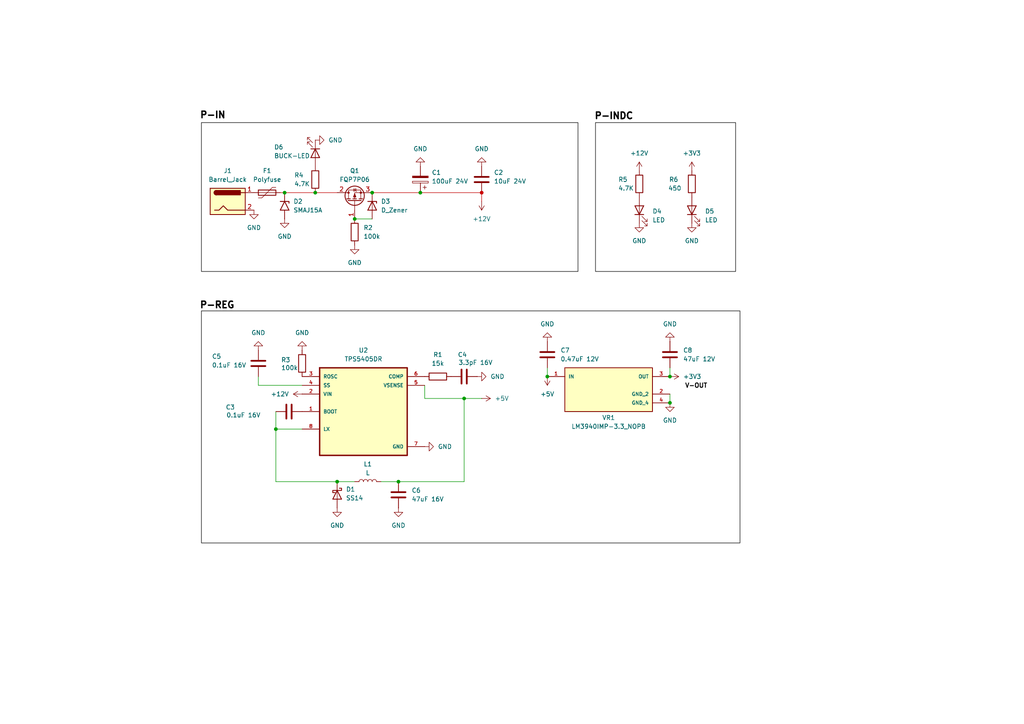
<source format=kicad_sch>
(kicad_sch (version 20231120) (generator "eeschema") (generator_version "8.0")
  (paper "A4")
  (title_block (title "Power Module") (company "Jeevan Sanchez"))
  (lib_symbols
    (symbol "Connector:Barrel_Jack" (pin_names (offset 1.016))
      (property "Reference" "J" (at 0 5.334 0))
      (property "Value" "Barrel_Jack" (at 0 -5.08 0))
      (symbol "Barrel_Jack_0_1"
        (rectangle (start -5.08 3.81) (end 5.08 -3.81) (stroke (width 0.254)) (fill (type background)))
        (arc (start -3.302 3.175) (mid -3.9343 2.54) (end -3.302 1.905) (stroke (width 0.254)))
        (arc (start -3.302 3.175) (mid -3.9343 2.54) (end -3.302 1.905) (stroke (width 0.254)) (fill (type outline)))
        (polyline (pts (xy 5.08 2.54) (xy 3.81 2.54)) (stroke (width 0.254)))
        (polyline (pts (xy -3.81 -2.54) (xy -2.54 -2.54) (xy -1.27 -1.27) (xy 0 -2.54) (xy 2.54 -2.54) (xy 5.08 -2.54)) (stroke (width 0.254)))
        (rectangle (start 3.683 3.175) (end -3.302 1.905) (stroke (width 0.254)) (fill (type outline)))
      )
      (symbol "Barrel_Jack_1_1"
        (pin passive line (at 7.62 2.54 180) (length 2.54) (name "~") (number "1"))
        (pin passive line (at 7.62 -2.54 180) (length 2.54) (name "~") (number "2"))
      )
    )
    (symbol "Device:C" (pin_numbers hide) (pin_names (offset 0.254))
      (property "Reference" "C" (at 0.635 2.54 0))
      (property "Value" "C" (at 0.635 -2.54 0))
      (symbol "C_0_1"
        (polyline (pts (xy -2.032 -0.762) (xy 2.032 -0.762)) (stroke (width 0.508)))
        (polyline (pts (xy -2.032 0.762) (xy 2.032 0.762)) (stroke (width 0.508)))
      )
      (symbol "C_1_1"
        (pin passive line (at 0 3.81 270) (length 2.794) (name "~") (number "1"))
        (pin passive line (at 0 -3.81 90) (length 2.794) (name "~") (number "2"))
      )
    )
    (symbol "Device:C_Polarized" (pin_numbers hide) (pin_names (offset 0.254))
      (property "Reference" "C" (at 0.635 2.54 0))
      (property "Value" "C_Polarized" (at 0.635 -2.54 0))
      (symbol "C_Polarized_0_1"
        (rectangle (start -2.286 0.508) (end 2.286 1.016))
        (polyline (pts (xy -1.778 2.286) (xy -0.762 2.286)))
        (polyline (pts (xy -1.27 2.794) (xy -1.27 1.778)))
        (rectangle (start 2.286 -0.508) (end -2.286 -1.016) (fill (type outline)))
      )
      (symbol "C_Polarized_1_1"
        (pin passive line (at 0 3.81 270) (length 2.794) (name "~") (number "1"))
        (pin passive line (at 0 -3.81 90) (length 2.794) (name "~") (number "2"))
      )
    )
    (symbol "Device:D_Zener" (pin_numbers hide) (pin_names (offset 1.016) hide)
      (property "Reference" "D" (at 0 2.54 0))
      (property "Value" "D_Zener" (at 0 -2.54 0))
      (symbol "D_Zener_0_1"
        (polyline (pts (xy 1.27 0) (xy -1.27 0)))
        (polyline (pts (xy -1.27 -1.27) (xy -1.27 1.27) (xy -0.762 1.27)) (stroke (width 0.254)))
        (polyline (pts (xy 1.27 -1.27) (xy 1.27 1.27) (xy -1.27 0) (xy 1.27 -1.27)) (stroke (width 0.254)))
      )
      (symbol "D_Zener_1_1"
        (pin passive line (at -3.81 0 0) (length 2.54) (name "K") (number "1"))
        (pin passive line (at 3.81 0 180) (length 2.54) (name "A") (number "2"))
      )
    )
    (symbol "Device:L" (pin_numbers hide) (pin_names (offset 1.016) hide)
      (property "Reference" "L" (at -1.27 0 90))
      (property "Value" "L" (at 1.905 0 90))
      (symbol "L_0_1"
        (arc (start 0 -2.54) (mid 0.6323 -1.905) (end 0 -1.27))
        (arc (start 0 -1.27) (mid 0.6323 -0.635) (end 0 0))
        (arc (start 0 0) (mid 0.6323 0.635) (end 0 1.27))
        (arc (start 0 1.27) (mid 0.6323 1.905) (end 0 2.54))
      )
      (symbol "L_1_1"
        (pin passive line (at 0 3.81 270) (length 1.27) (name "1") (number "1"))
        (pin passive line (at 0 -3.81 90) (length 1.27) (name "2") (number "2"))
      )
    )
    (symbol "Device:LED" (pin_numbers hide) (pin_names (offset 1.016) hide)
      (property "Reference" "D" (at 0 2.54 0))
      (property "Value" "LED" (at 0 -2.54 0))
      (symbol "LED_0_1"
        (polyline (pts (xy -1.27 -1.27) (xy -1.27 1.27)) (stroke (width 0.254)))
        (polyline (pts (xy -1.27 0) (xy 1.27 0)))
        (polyline (pts (xy 1.27 -1.27) (xy 1.27 1.27) (xy -1.27 0) (xy 1.27 -1.27)) (stroke (width 0.254)))
        (polyline (pts (xy -3.048 -0.762) (xy -4.572 -2.286) (xy -3.81 -2.286) (xy -4.572 -2.286) (xy -4.572 -1.524)))
        (polyline (pts (xy -1.778 -0.762) (xy -3.302 -2.286) (xy -2.54 -2.286) (xy -3.302 -2.286) (xy -3.302 -1.524)))
      )
      (symbol "LED_1_1"
        (pin passive line (at -3.81 0 0) (length 2.54) (name "K") (number "1"))
        (pin passive line (at 3.81 0 180) (length 2.54) (name "A") (number "2"))
      )
    )
    (symbol "Device:Polyfuse" (pin_numbers hide) (pin_names (offset 0))
      (property "Reference" "F" (at -2.54 0 90))
      (property "Value" "Polyfuse" (at 2.54 0 90))
      (symbol "Polyfuse_0_1"
        (rectangle (start -0.762 2.54) (end 0.762 -2.54) (stroke (width 0.254)))
        (polyline (pts (xy 0 2.54) (xy 0 -2.54)))
        (polyline (pts (xy -1.524 2.54) (xy -1.524 1.524) (xy 1.524 -1.524) (xy 1.524 -2.54)))
      )
      (symbol "Polyfuse_1_1"
        (pin passive line (at 0 3.81 270) (length 1.27) (name "~") (number "1"))
        (pin passive line (at 0 -3.81 90) (length 1.27) (name "~") (number "2"))
      )
    )
    (symbol "Device:R" (pin_numbers hide) (pin_names (offset 0))
      (property "Reference" "R" (at 2.032 0 90))
      (property "Value" "R" (at 0 0 90))
      (symbol "R_0_1"
        (rectangle (start -1.016 -2.54) (end 1.016 2.54) (stroke (width 0.254)))
      )
      (symbol "R_1_1"
        (pin passive line (at 0 3.81 270) (length 1.27) (name "~") (number "1"))
        (pin passive line (at 0 -3.81 90) (length 1.27) (name "~") (number "2"))
      )
    )
    (symbol "Diode:SMAJ15A" (pin_numbers hide) (pin_names (offset 1.016) hide)
      (property "Reference" "D" (at 0 2.54 0))
      (property "Value" "SMAJ15A" (at 0 -2.54 0))
      (symbol "SMAJ15A_0_1"
        (polyline (pts (xy -0.762 1.27) (xy -1.27 1.27) (xy -1.27 -1.27)) (stroke (width 0.254)))
        (polyline (pts (xy 1.27 1.27) (xy 1.27 -1.27) (xy -1.27 0) (xy 1.27 1.27)) (stroke (width 0.254)))
      )
      (symbol "SMAJ15A_1_1"
        (pin passive line (at -3.81 0 0) (length 2.54) (name "A1") (number "1"))
        (pin passive line (at 3.81 0 180) (length 2.54) (name "A2") (number "2"))
      )
    )
    (symbol "Diode:SS14" (pin_numbers hide) (pin_names (offset 1.016) hide)
      (property "Reference" "D" (at 0 2.54 0))
      (property "Value" "SS14" (at 0 -2.54 0))
      (symbol "SS14_0_1"
        (polyline (pts (xy 1.27 0) (xy -1.27 0)))
        (polyline (pts (xy 1.27 1.27) (xy 1.27 -1.27) (xy -1.27 0) (xy 1.27 1.27)) (stroke (width 0.254)))
        (polyline (pts (xy -1.905 0.635) (xy -1.905 1.27) (xy -1.27 1.27) (xy -1.27 -1.27) (xy -0.635 -1.27) (xy -0.635 -0.635)) (stroke (width 0.254)))
      )
      (symbol "SS14_1_1"
        (pin passive line (at -3.81 0 0) (length 2.54) (name "K") (number "1"))
        (pin passive line (at 3.81 0 180) (length 2.54) (name "A") (number "2"))
      )
    )
    (symbol "LM3940IMP-3.3_NOPB:LM3940IMP-3.3_NOPB" (pin_names (offset 1.016))
      (property "Reference" "VR" (at -12.7 6.08 0))
      (property "Value" "LM3940IMP-3.3_NOPB" (at -12.7 -9.08 0))
      (symbol "LM3940IMP-3.3_NOPB_0_0"
        (rectangle (start -12.7 -7.62) (end 12.7 5.08) (stroke (width 0.254)) (fill (type background)))
        (pin input line (at -17.78 2.54 0) (length 5.08) (name "IN") (number "1"))
        (pin power_in line (at 17.78 -2.54 180) (length 5.08) (name "GND_2") (number "2"))
        (pin output line (at 17.78 2.54 180) (length 5.08) (name "OUT") (number "3"))
        (pin power_in line (at 17.78 -5.08 180) (length 5.08) (name "GND_4") (number "4"))
      )
    )
    (symbol "TPS5405DR:TPS5405DR" (pin_names (offset 1.016))
      (property "Reference" "U" (at -12.7 13.7 0))
      (property "Value" "TPS5405DR" (at -12.7 -16.7 0))
      (symbol "TPS5405DR_0_0"
        (rectangle (start -12.7 -12.7) (end 12.7 12.7) (stroke (width 0.41)) (fill (type background)))
        (pin bidirectional line (at -17.78 0 0) (length 5.08) (name "BOOT") (number "1"))
        (pin input line (at -17.78 5.08 0) (length 5.08) (name "VIN") (number "2"))
        (pin input line (at -17.78 10.16 0) (length 5.08) (name "ROSC") (number "3"))
        (pin input line (at -17.78 7.62 0) (length 5.08) (name "SS") (number "4"))
        (pin output line (at 17.78 7.62 180) (length 5.08) (name "VSENSE") (number "5"))
        (pin output line (at 17.78 10.16 180) (length 5.08) (name "COMP") (number "6"))
        (pin power_in line (at 17.78 -10.16 180) (length 5.08) (name "GND") (number "7"))
        (pin bidirectional line (at -17.78 -5.08 0) (length 5.08) (name "LX") (number "8"))
      )
    )
    (symbol "Transistor_FET:FQP27P06" (pin_names hide)
      (property "Reference" "Q" (at 5.08 1.905 0))
      (property "Value" "FQP27P06" (at 5.08 0 0))
      (symbol "FQP27P06_0_1"
        (polyline (pts (xy 0.254 0) (xy -2.54 0)))
        (polyline (pts (xy 0.254 1.905) (xy 0.254 -1.905)) (stroke (width 0.254)))
        (polyline (pts (xy 0.762 -1.27) (xy 0.762 -2.286)) (stroke (width 0.254)))
        (polyline (pts (xy 0.762 0.508) (xy 0.762 -0.508)) (stroke (width 0.254)))
        (polyline (pts (xy 0.762 2.286) (xy 0.762 1.27)) (stroke (width 0.254)))
        (polyline (pts (xy 2.54 2.54) (xy 2.54 1.778)))
        (polyline (pts (xy 2.54 -2.54) (xy 2.54 0) (xy 0.762 0)))
        (polyline (pts (xy 0.762 1.778) (xy 3.302 1.778) (xy 3.302 -1.778) (xy 0.762 -1.778)))
        (polyline (pts (xy 2.286 0) (xy 1.27 0.381) (xy 1.27 -0.381) (xy 2.286 0)) (fill (type outline)))
        (polyline (pts (xy 2.794 -0.508) (xy 2.921 -0.381) (xy 3.683 -0.381) (xy 3.81 -0.254)))
        (polyline (pts (xy 3.302 -0.381) (xy 2.921 0.254) (xy 3.683 0.254) (xy 3.302 -0.381)))
        (circle (center 1.651 0) (radius 2.794) (stroke (width 0.254)))
        (circle (center 2.54 -1.778) (radius 0.254) (fill (type outline)))
        (circle (center 2.54 1.778) (radius 0.254) (fill (type outline)))
      )
      (symbol "FQP27P06_1_1"
        (pin input line (at -5.08 0 0) (length 2.54) (name "G") (number "1"))
        (pin passive line (at 2.54 5.08 270) (length 2.54) (name "D") (number "2"))
        (pin passive line (at 2.54 -5.08 90) (length 2.54) (name "S") (number "3"))
      )
    )
    (symbol "power:+12V" (power) (pin_numbers hide) (pin_names (offset 0) hide)
      (property "Value" "+12V" (at 0 3.556 0))
      (symbol "+12V_0_1"
        (polyline (pts (xy -0.762 1.27) (xy 0 2.54)))
        (polyline (pts (xy 0 0) (xy 0 2.54)))
        (polyline (pts (xy 0 2.54) (xy 0.762 1.27)))
      )
      (symbol "+12V_1_1"
        (pin power_in line (at 0 0 90) (length 0) (name "~") (number "1"))
      )
    )
    (symbol "power:+3V3" (power) (pin_numbers hide) (pin_names (offset 0) hide)
      (property "Value" "+3V3" (at 0 3.556 0))
      (symbol "+3V3_0_1"
        (polyline (pts (xy -0.762 1.27) (xy 0 2.54)))
        (polyline (pts (xy 0 0) (xy 0 2.54)))
        (polyline (pts (xy 0 2.54) (xy 0.762 1.27)))
      )
      (symbol "+3V3_1_1"
        (pin power_in line (at 0 0 90) (length 0) (name "~") (number "1"))
      )
    )
    (symbol "power:+5V" (power) (pin_numbers hide) (pin_names (offset 0) hide)
      (property "Value" "+5V" (at 0 3.556 0))
      (symbol "+5V_0_1"
        (polyline (pts (xy -0.762 1.27) (xy 0 2.54)))
        (polyline (pts (xy 0 0) (xy 0 2.54)))
        (polyline (pts (xy 0 2.54) (xy 0.762 1.27)))
      )
      (symbol "+5V_1_1"
        (pin power_in line (at 0 0 90) (length 0) (name "~") (number "1"))
      )
    )
    (symbol "power:GND" (power) (pin_numbers hide) (pin_names (offset 0) hide)
      (property "Value" "GND" (at 0 -3.81 0))
      (symbol "GND_0_1"
        (polyline (pts (xy 0 0) (xy 0 -1.27) (xy 1.27 -1.27) (xy 0 -2.54) (xy -1.27 -1.27) (xy 0 -1.27)))
      )
      (symbol "GND_1_1"
        (pin power_in line (at 0 0 270) (length 0) (name "~") (number "1"))
      )
    )
  )
  (junction (at 91.44 55.88))
  (junction (at 97.79 139.7))
  (junction (at 194.31 109.22))
  (junction (at 134.62 115.57))
  (junction (at 107.95 55.88))
  (junction (at 194.31 116.84))
  (junction (at 115.57 139.7))
  (junction (at 121.92 55.88))
  (junction (at 82.55 55.88))
  (junction (at 139.7 55.88) (color 194 0 0 1))
  (junction (at 158.75 109.22))
  (junction (at 102.87 63.5))
  (junction (at 80.01 124.46))
  (wire (pts (xy 194.31 106.68) (xy 194.31 109.22)))
  (wire (pts (xy 80.01 124.46) (xy 80.01 139.7)))
  (wire (pts (xy 91.44 55.88) (xy 97.79 55.88)) (stroke (width 0) (color 194 0 0 1)))
  (wire (pts (xy 194.31 114.3) (xy 194.31 116.84)))
  (wire (pts (xy 97.79 139.7) (xy 102.87 139.7)))
  (wire (pts (xy 134.62 139.7) (xy 134.62 115.57)))
  (wire (pts (xy 74.93 109.22) (xy 74.93 111.76)))
  (wire (pts (xy 80.01 119.38) (xy 80.01 124.46)))
  (wire (pts (xy 87.63 111.76) (xy 74.93 111.76)))
  (wire (pts (xy 107.95 55.88) (xy 121.92 55.88)) (stroke (width 0) (color 194 0 0 1)))
  (wire (pts (xy 139.7 58.42) (xy 139.7 55.88)) (stroke (width 0) (color 194 0 0 1)))
  (wire (pts (xy 82.55 55.88) (xy 81.28 55.88)) (stroke (width 0) (color 194 0 0 1)))
  (wire (pts (xy 121.92 55.88) (xy 139.7 55.88)) (stroke (width 0) (color 194 0 0 1)))
  (wire (pts (xy 82.55 55.88) (xy 91.44 55.88)) (stroke (width 0) (color 194 0 0 1)))
  (wire (pts (xy 115.57 139.7) (xy 134.62 139.7)))
  (wire (pts (xy 102.87 63.5) (xy 107.95 63.5)))
  (wire (pts (xy 134.62 115.57) (xy 139.7 115.57)))
  (wire (pts (xy 80.01 139.7) (xy 97.79 139.7)))
  (wire (pts (xy 110.49 139.7) (xy 115.57 139.7)))
  (wire (pts (xy 123.19 111.76) (xy 123.19 115.57)))
  (wire (pts (xy 123.19 115.57) (xy 134.62 115.57)))
  (wire (pts (xy 158.75 106.68) (xy 158.75 109.22)))
  (wire (pts (xy 80.01 124.46) (xy 87.63 124.46)))
  (rectangle (start 58.42 35.56) (end 167.64 78.74) (stroke (width 0) (color 0 0 0 1)))
  (rectangle (start 58.42 90.17) (end 214.63 157.48) (stroke (width 0) (color 0 0 0 1)))
  (rectangle (start 172.72 35.56) (end 213.36 78.74) (stroke (width 0) (color 0 0 0 1)))
  (text "P-REG\n\n" (at 62.992 90.17 0) (effects (font (size 1.905 1.905) (thickness 0.4064) (bold yes))))
  (text "P-INDC\n" (at 178.054 33.782 0) (effects (font (size 1.905 1.905) (thickness 0.4064) (bold yes))))
  (text "P-IN\n" (at 61.722 33.528 0) (effects (font (size 1.905 1.905) (thickness 0.4064) (bold yes))))
  (text "V-OUT\n" (at 201.93 112.014 0) (effects (font (size 1.27 1.27) (thickness 0.254) (bold yes))))
  (symbol (lib_id "Device:C") (at 194.31 102.87 0) (unit 1)
    (property "Reference" "C8" (at 198.12 101.5999 0) (effects (justify left)))
    (property "Value" "47uF 12V" (at 198.12 104.1399 0) (effects (justify left)))
    (property "Description" "Unpolarized capacitor" (effects (hide yes)))
  )
  (symbol (lib_id "Device:C") (at 115.57 143.51 0) (unit 1)
    (property "Reference" "C6" (at 119.38 142.2399 0) (effects (justify left)))
    (property "Value" "47uF 16V" (at 119.38 144.7799 0) (effects (justify left)))
    (property "Description" "Unpolarized capacitor" (effects (hide yes)))
  )
  (symbol (lib_id "Device:R") (at 91.44 52.07 0) (unit 1)
    (property "Reference" "R4" (at 85.344 50.8 0) (effects (justify left)))
    (property "Value" "4.7K" (at 85.344 53.34 0) (effects (justify left)))
    (property "Description" "Resistor" (effects (hide yes)))
  )
  (symbol (lib_id "LM3940IMP-3.3_NOPB:LM3940IMP-3.3_NOPB") (at 176.53 111.76 0) (unit 1)
    (property "Reference" "VR1" (at 176.53 121.158 0))
    (property "Value" "LM3940IMP-3.3_NOPB" (at 176.53 123.698 0))
    (property "Footprint" "LM3940IMP-3.3_NOPB:VREG_LM3940IMP-3.3_NOPB" (effects (hide yes)))
    (property "MF" "Texas Instruments" (effects (hide yes)))
    (property "MAXIMUM_PACKAGE_HEIGHT" "1.80 mm" (effects (hide yes)))
    (property "Package" "SOT-223-4 Texas Instruments" (effects (hide yes)))
    (property "Price" "None" (effects (hide yes)))
    (property "Check_prices" "https://www.snapeda.com/parts/LM3940IMP-3.3/NOPB/Texas+Instruments/view-part/?ref=eda" (effects (hide yes)))
    (property "STANDARD" "Manufacturer Recommendations" (effects (hide yes)))
    (property "PARTREV" "G" (effects (hide yes)))
    (property "SnapEDA_Link" "https://www.snapeda.com/parts/LM3940IMP-3.3/NOPB/Texas+Instruments/view-part/?ref=snap" (effects (hide yes)))
    (property "MP" "LM3940IMP-3.3/NOPB" (effects (hide yes)))
    (property "Purchase-URL" "https://www.snapeda.com/api/url_track_click_mouser/?unipart_id=21630&manufacturer=Texas Instruments&part_name=LM3940IMP-3.3/NOPB&search_term=None" (effects (hide yes)))
    (property "Description_1" "\n                        \n                            1-A, low-dropout voltage regulator for 5-V to 3.3-V conversion\n                        \n" (effects (hide yes)))
    (property "Availability" "In Stock" (effects (hide yes)))
    (property "MANUFACTURER" "Texas Instruments" (effects (hide yes)))
  )
  (symbol (lib_id "Diode:SMAJ15A") (at 82.55 59.69 270) (unit 1)
    (property "Reference" "D2" (at 85.09 58.4199 90) (effects (justify left)))
    (property "Value" "SMAJ15A" (at 85.09 60.9599 90) (effects (justify left)))
    (property "Footprint" "Diode_SMD:D_SMA" (effects (hide yes)))
    (property "Datasheet" "https://www.littelfuse.com/media?resourcetype=datasheets&itemid=75e32973-b177-4ee3-a0ff-cedaf1abdb93&filename=smaj-datasheet" (effects (hide yes)))
    (property "Description" "400W unidirectional Transient Voltage Suppressor, 15.0Vr, SMA(DO-214AC)" (effects (hide yes)))
  )
  (symbol (lib_id "power:+3V3") (at 194.31 109.22 270) (unit 1)
    (property "Reference" "#PWR019" (effects (hide yes)))
    (property "Value" "+3V3" (at 198.12 109.2199 90) (effects (justify left)))
    (property "Description" "Power symbol creates a global label with name \"+3V3\"" (effects (hide yes)))
  )
  (symbol (lib_id "Connector:Barrel_Jack") (at 66.04 58.42 0) (unit 1)
    (property "Reference" "J1" (at 66.04 49.53 0))
    (property "Value" "Barrel_Jack" (at 66.04 52.07 0))
    (property "Description" "DC Barrel Jack" (effects (hide yes)))
  )
  (symbol (lib_id "power:GND") (at 82.55 63.5 0) (unit 1)
    (property "Reference" "#PWR04" (effects (hide yes)))
    (property "Value" "GND" (at 82.55 68.58 0))
    (property "Description" "Power symbol creates a global label with name \"GND\" , ground" (effects (hide yes)))
  )
  (symbol (lib_id "Device:C") (at 74.93 105.41 0) (unit 1)
    (property "Reference" "C5" (at 61.468 103.378 0) (effects (justify left)))
    (property "Value" "0.1uF 16V" (at 61.468 105.918 0) (effects (justify left)))
    (property "Description" "Unpolarized capacitor" (effects (hide yes)))
  )
  (symbol (lib_id "power:GND") (at 91.44 40.64 90) (unit 1)
    (property "Reference" "#PWR020" (effects (hide yes)))
    (property "Value" "GND" (at 95.25 40.6399 90) (effects (justify right)))
    (property "Description" "Power symbol creates a global label with name \"GND\" , ground" (effects (hide yes)))
  )
  (symbol (lib_id "power:+12V") (at 185.42 49.53 0) (unit 1)
    (property "Reference" "#PWR023" (effects (hide yes)))
    (property "Value" "+12V" (at 185.42 44.45 0))
    (property "Description" "Power symbol creates a global label with name \"+12V\"" (effects (hide yes)))
  )
  (symbol (lib_id "power:GND") (at 200.66 64.77 0) (unit 1)
    (property "Reference" "#PWR022" (effects (hide yes)))
    (property "Value" "GND" (at 200.66 69.85 0))
    (property "Description" "Power symbol creates a global label with name \"GND\" , ground" (effects (hide yes)))
  )
  (symbol (lib_id "power:GND") (at 138.43 109.22 90) (unit 1)
    (property "Reference" "#PWR011" (effects (hide yes)))
    (property "Value" "GND" (at 142.24 109.2199 90) (effects (justify right)))
    (property "Description" "Power symbol creates a global label with name \"GND\" , ground" (effects (hide yes)))
  )
  (symbol (lib_id "power:GND") (at 74.93 101.6 180) (unit 1)
    (property "Reference" "#PWR013" (effects (hide yes)))
    (property "Value" "GND" (at 74.93 96.52 0))
    (property "Description" "Power symbol creates a global label with name \"GND\" , ground" (effects (hide yes)))
  )
  (symbol (lib_id "power:+12V") (at 87.63 114.3 90) (unit 1)
    (property "Reference" "#PWR010" (effects (hide yes)))
    (property "Value" "+12V" (at 83.82 114.2999 90) (effects (justify left)))
    (property "Description" "Power symbol creates a global label with name \"+12V\"" (effects (hide yes)))
  )
  (symbol (lib_id "Diode:SS14") (at 97.79 143.51 270) (unit 1)
    (property "Reference" "D1" (at 100.33 141.9224 90) (effects (justify left)))
    (property "Value" "SS14" (at 100.33 144.4624 90) (effects (justify left)))
    (property "Footprint" "Diode_SMD:D_SMA" (effects (hide yes)))
    (property "Datasheet" "https://www.vishay.com/docs/88746/ss12.pdf" (effects (hide yes)))
    (property "Description" "40V 1A Schottky Diode, SMA" (effects (hide yes)))
  )
  (symbol (lib_id "Device:L") (at 106.68 139.7 90) (unit 1)
    (property "Reference" "L1" (at 106.68 134.62 90))
    (property "Value" "L" (at 106.68 137.16 90))
    (property "Description" "Inductor" (effects (hide yes)))
  )
  (symbol (lib_id "Device:C") (at 134.62 109.22 90) (unit 1)
    (property "Reference" "C4" (at 134.112 102.87 90))
    (property "Value" "3.3pF 16V" (at 137.922 105.156 90))
    (property "Description" "Unpolarized capacitor" (effects (hide yes)))
  )
  (symbol (lib_id "power:GND") (at 97.79 147.32 0) (unit 1)
    (property "Reference" "#PWR014" (effects (hide yes)))
    (property "Value" "GND" (at 97.79 152.4 0))
    (property "Description" "Power symbol creates a global label with name \"GND\" , ground" (effects (hide yes)))
  )
  (symbol (lib_id "power:+12V") (at 139.7 58.42 180) (unit 1)
    (property "Reference" "#PWR02" (effects (hide yes)))
    (property "Value" "+12V" (at 139.7 63.5 0))
    (property "Description" "Power symbol creates a global label with name \"+12V\"" (effects (hide yes)))
  )
  (symbol (lib_id "Device:R") (at 87.63 105.41 0) (unit 1)
    (property "Reference" "R3" (at 81.534 104.394 0) (effects (justify left)))
    (property "Value" "100k" (at 81.534 106.68 0) (effects (justify left)))
    (property "Description" "Resistor" (effects (hide yes)))
  )
  (symbol (lib_id "power:GND") (at 87.63 101.6 180) (unit 1)
    (property "Reference" "#PWR012" (effects (hide yes)))
    (property "Value" "GND" (at 87.63 96.52 0))
    (property "Description" "Power symbol creates a global label with name \"GND\" , ground" (effects (hide yes)))
  )
  (symbol (lib_id "power:GND") (at 121.92 48.26 180) (unit 1)
    (property "Reference" "#PWR03" (effects (hide yes)))
    (property "Value" "GND" (at 121.92 43.18 0))
    (property "Description" "Power symbol creates a global label with name \"GND\" , ground" (effects (hide yes)))
  )
  (symbol (lib_id "TPS5405DR:TPS5405DR") (at 105.41 119.38 0) (unit 1)
    (property "Reference" "U2" (at 105.41 101.6 0))
    (property "Value" "TPS5405DR" (at 105.41 104.14 0))
    (property "Footprint" "TPS5405DR:SOIC127P599X175-8N" (effects (hide yes)))
    (property "Datasheet" "https://www.ti.com/lit/ds/symlink/tps5405.pdf?HQS=dis-dk-null-digikeymode-dsf-pf-null-wwe&ts=1767031291543&ref_url=https%253A%252F%252Fwww.ti.com%252Fgeneral%252Fdocs%252Fsuppproductinfo.tsp%253FdistId%253D10%2526gotoUrl%253Dhttps%253A%252F%252Fwww.ti.com%252Flit%252Fgpn%252Ftps5405" (effects (hide yes)))
    (property "Description" "Buck Converter IC (Fixed Vout 5V)" (effects (hide yes)))
    (property "MF" "Texas Instruments" (effects (hide yes)))
    (property "Description_1" "\n                        \n                            6.5V to 28V Input, 5V Fixed Output at 2A Step-Down Regulator with Intregrated MosFET\n                        \n" (effects (hide yes)))
    (property "Package" "SOIC-8 Texas Instruments" (effects (hide yes)))
    (property "Price" "None" (effects (hide yes)))
    (property "SnapEDA_Link" "https://www.snapeda.com/parts/TPS5405DR/Texas+Instruments/view-part/?ref=snap" (effects (hide yes)))
    (property "MP" "TPS5405DR" (effects (hide yes)))
    (property "Purchase-URL" "https://www.snapeda.com/api/url_track_click_mouser/?unipart_id=801767&manufacturer=Texas Instruments&part_name=TPS5405DR&search_term=None" (effects (hide yes)))
    (property "Availability" "In Stock" (effects (hide yes)))
    (property "Check_prices" "https://www.snapeda.com/parts/TPS5405DR/Texas+Instruments/view-part/?ref=eda" (effects (hide yes)))
  )
  (symbol (lib_id "Device:C") (at 139.7 52.07 0) (unit 1)
    (property "Reference" "C2" (at 143.256 50.038 0) (effects (justify left)))
    (property "Value" "10uF 24V" (at 143.256 52.578 0) (effects (justify left)))
    (property "Description" "Unpolarized capacitor" (effects (hide yes)))
  )
  (symbol (lib_id "Device:LED") (at 91.44 44.45 270) (unit 1)
    (property "Reference" "D6" (at 79.502 42.672 90) (effects (justify left)))
    (property "Value" "BUCK-LED" (at 79.502 45.212 90) (effects (justify left)))
    (property "Description" "Light emitting diode" (effects (hide yes)))
  )
  (symbol (lib_id "power:GND") (at 123.19 129.54 90) (unit 1)
    (property "Reference" "#PWR07" (effects (hide yes)))
    (property "Value" "GND" (at 127 129.5399 90) (effects (justify right)))
    (property "Description" "Power symbol creates a global label with name \"GND\" , ground" (effects (hide yes)))
  )
  (symbol (lib_id "Device:D_Zener") (at 107.95 59.69 270) (unit 1)
    (property "Reference" "D3" (at 110.49 58.4199 90) (effects (justify left)))
    (property "Value" "D_Zener" (at 110.49 60.9599 90) (effects (justify left)))
    (property "Footprint" "Diode_SMD:D_SOD-123F" (effects (hide yes)))
    (property "Datasheet" "https://www.diodes.com/assets/Datasheets/ds18004.pdf" (effects (hide yes)))
    (property "Description" "Zener diode" (effects (hide yes)))
  )
  (symbol (lib_id "power:GND") (at 139.7 48.26 180) (unit 1)
    (property "Reference" "#PWR05" (effects (hide yes)))
    (property "Value" "GND" (at 139.7 43.18 0))
    (property "Description" "Power symbol creates a global label with name \"GND\" , ground" (effects (hide yes)))
  )
  (symbol (lib_id "Device:LED") (at 200.66 60.96 90) (unit 1)
    (property "Reference" "D5" (at 204.47 61.2774 90) (effects (justify right)))
    (property "Value" "LED" (at 204.47 63.8174 90) (effects (justify right)))
    (property "Description" "Light emitting diode" (effects (hide yes)))
  )
  (symbol (lib_id "power:GND") (at 158.75 99.06 180) (unit 1)
    (property "Reference" "#PWR017" (effects (hide yes)))
    (property "Value" "GND" (at 158.75 93.98 0))
    (property "Description" "Power symbol creates a global label with name \"GND\" , ground" (effects (hide yes)))
  )
  (symbol (lib_id "power:GND") (at 102.87 71.12 0) (unit 1)
    (property "Reference" "#PWR06" (effects (hide yes)))
    (property "Value" "GND" (at 102.87 76.2 0))
    (property "Description" "Power symbol creates a global label with name \"GND\" , ground" (effects (hide yes)))
  )
  (symbol (lib_id "Device:R") (at 102.87 67.31 0) (unit 1)
    (property "Reference" "R2" (at 105.41 66.0399 0) (effects (justify left)))
    (property "Value" "100k" (at 105.41 68.5799 0) (effects (justify left)))
    (property "Description" "Gate Pull-Down Resistor" (effects (hide yes)))
  )
  (symbol (lib_id "Device:R") (at 200.66 53.34 0) (unit 1)
    (property "Reference" "R6" (at 194.056 52.07 0) (effects (justify left)))
    (property "Value" "450" (at 193.802 54.61 0) (effects (justify left)))
    (property "Description" "Current Limiting Resistor" (effects (hide yes)))
  )
  (symbol (lib_id "power:GND") (at 185.42 64.77 0) (unit 1)
    (property "Reference" "#PWR021" (effects (hide yes)))
    (property "Value" "GND" (at 185.42 69.85 0))
    (property "Description" "Power symbol creates a global label with name \"GND\" , ground" (effects (hide yes)))
  )
  (symbol (lib_id "power:+3V3") (at 200.66 49.53 0) (unit 1)
    (property "Reference" "#PWR024" (effects (hide yes)))
    (property "Value" "+3V3" (at 200.66 44.45 0))
    (property "Description" "Power symbol creates a global label with name \"+3V3\"" (effects (hide yes)))
  )
  (symbol (lib_id "Device:LED") (at 185.42 60.96 90) (unit 1)
    (property "Reference" "D4" (at 189.23 61.2774 90) (effects (justify right)))
    (property "Value" "LED" (at 189.23 63.8174 90) (effects (justify right)))
    (property "Description" "Light emitting diode" (effects (hide yes)))
  )
  (symbol (lib_id "power:+5V") (at 158.75 109.22 180) (unit 1)
    (property "Reference" "#PWR08" (effects (hide yes)))
    (property "Value" "+5V" (at 158.75 114.3 0))
    (property "Description" "Power symbol creates a global label with name \"+5V\"" (effects (hide yes)))
  )
  (symbol (lib_id "Device:C_Polarized") (at 121.92 52.07 180) (unit 1)
    (property "Reference" "C1" (at 125.222 50.038 0) (effects (justify right)))
    (property "Value" "100uF 24V" (at 125.222 52.578 0) (effects (justify right)))
    (property "Description" "Polarized capacitor" (effects (hide yes)))
  )
  (symbol (lib_id "power:GND") (at 73.66 60.96 0) (unit 1)
    (property "Reference" "#PWR01" (effects (hide yes)))
    (property "Value" "GND" (at 73.66 66.04 0))
    (property "Description" "Power symbol creates a global label with name \"GND\" , ground" (effects (hide yes)))
  )
  (symbol (lib_id "power:GND") (at 194.31 99.06 180) (unit 1)
    (property "Reference" "#PWR018" (effects (hide yes)))
    (property "Value" "GND" (at 194.31 93.98 0))
    (property "Description" "Power symbol creates a global label with name \"GND\" , ground" (effects (hide yes)))
  )
  (symbol (lib_id "Device:Polyfuse") (at 77.47 55.88 90) (unit 1)
    (property "Reference" "F1" (at 77.47 49.53 90))
    (property "Value" "Polyfuse" (at 77.47 52.07 90))
    (property "Datasheet" "https://www.bourns.com/docs/product-datasheets/mf-msmf.pdf" (effects (hide yes)))
    (property "Description" "Resettable fuse, polymeric positive temperature coefficient" (effects (hide yes)))
  )
  (symbol (lib_id "Transistor_FET:FQP27P06") (at 102.87 58.42 90) (unit 1)
    (property "Reference" "Q1" (at 102.87 49.53 90))
    (property "Value" "FQP7P06" (at 102.87 52.07 90))
    (property "Footprint" "Package_TO_SOT_THT:TO-220-3_Vertical" (effects (hide yes)))
    (property "Datasheet" "https://www.onsemi.com/pub/Collateral/FQP27P06-D.PDF" (effects (hide yes)))
    (property "Description" "-27A Id, -60V Vds, QFET P-Channel MOSFET, TO-220" (effects (hide yes)))
  )
  (symbol (lib_id "power:GND") (at 115.57 147.32 0) (unit 1)
    (property "Reference" "#PWR015" (effects (hide yes)))
    (property "Value" "GND" (at 115.57 152.4 0))
    (property "Description" "Power symbol creates a global label with name \"GND\" , ground" (effects (hide yes)))
  )
  (symbol (lib_id "Device:C") (at 83.82 119.38 90) (unit 1)
    (property "Reference" "C3" (at 66.802 118.11 90))
    (property "Value" "0.1uF 16V" (at 70.612 120.396 90))
    (property "Description" "Unpolarized capacitor" (effects (hide yes)))
  )
  (symbol (lib_id "power:+5V") (at 139.7 115.57 270) (unit 1)
    (property "Reference" "#PWR016" (effects (hide yes)))
    (property "Value" "+5V" (at 143.51 115.5699 90) (effects (justify left)))
    (property "Description" "Power symbol creates a global label with name \"+5V\"" (effects (hide yes)))
  )
  (symbol (lib_id "Device:R") (at 185.42 53.34 0) (unit 1)
    (property "Reference" "R5" (at 179.324 52.07 0) (effects (justify left)))
    (property "Value" "4.7K" (at 179.324 54.61 0) (effects (justify left)))
    (property "Description" "Current Limiting Resistor" (effects (hide yes)))
  )
  (symbol (lib_id "power:GND") (at 194.31 116.84 0) (unit 1)
    (property "Reference" "#PWR09" (effects (hide yes)))
    (property "Value" "GND" (at 194.31 121.92 0))
    (property "Description" "Power symbol creates a global label with name \"GND\" , ground" (effects (hide yes)))
  )
  (symbol (lib_id "Device:C") (at 158.75 102.87 0) (unit 1)
    (property "Reference" "C7" (at 162.56 101.5999 0) (effects (justify left)))
    (property "Value" "0.47uF 12V" (at 162.56 104.1399 0) (effects (justify left)))
    (property "Description" "Unpolarized capacitor" (effects (hide yes)))
  )
  (symbol (lib_id "Device:R") (at 127 109.22 90) (unit 1)
    (property "Reference" "R1" (at 127 102.87 90))
    (property "Value" "15k" (at 127 105.41 90))
    (property "Description" "Resistor" (effects (hide yes)))
  )
)
</source>
